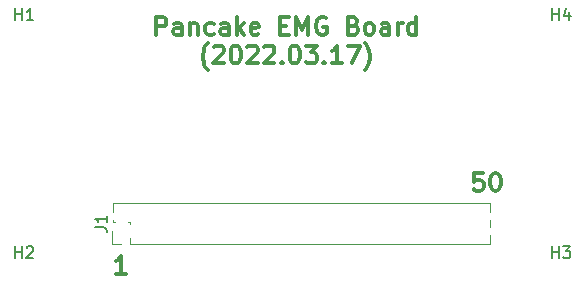
<source format=gbr>
%TF.GenerationSoftware,KiCad,Pcbnew,(6.0.4)*%
%TF.CreationDate,2022-04-14T15:14:52-05:00*%
%TF.ProjectId,Pancake_Wireless_EMG,50616e63-616b-4655-9f57-6972656c6573,rev?*%
%TF.SameCoordinates,Original*%
%TF.FileFunction,Legend,Top*%
%TF.FilePolarity,Positive*%
%FSLAX46Y46*%
G04 Gerber Fmt 4.6, Leading zero omitted, Abs format (unit mm)*
G04 Created by KiCad (PCBNEW (6.0.4)) date 2022-04-14 15:14:52*
%MOMM*%
%LPD*%
G01*
G04 APERTURE LIST*
%ADD10C,0.300000*%
%ADD11C,0.150000*%
%ADD12C,0.120000*%
G04 APERTURE END LIST*
D10*
X136000000Y-79471071D02*
X136000000Y-77971071D01*
X136571428Y-77971071D01*
X136714285Y-78042500D01*
X136785714Y-78113928D01*
X136857142Y-78256785D01*
X136857142Y-78471071D01*
X136785714Y-78613928D01*
X136714285Y-78685357D01*
X136571428Y-78756785D01*
X136000000Y-78756785D01*
X138142857Y-79471071D02*
X138142857Y-78685357D01*
X138071428Y-78542500D01*
X137928571Y-78471071D01*
X137642857Y-78471071D01*
X137500000Y-78542500D01*
X138142857Y-79399642D02*
X138000000Y-79471071D01*
X137642857Y-79471071D01*
X137500000Y-79399642D01*
X137428571Y-79256785D01*
X137428571Y-79113928D01*
X137500000Y-78971071D01*
X137642857Y-78899642D01*
X138000000Y-78899642D01*
X138142857Y-78828214D01*
X138857142Y-78471071D02*
X138857142Y-79471071D01*
X138857142Y-78613928D02*
X138928571Y-78542500D01*
X139071428Y-78471071D01*
X139285714Y-78471071D01*
X139428571Y-78542500D01*
X139500000Y-78685357D01*
X139500000Y-79471071D01*
X140857142Y-79399642D02*
X140714285Y-79471071D01*
X140428571Y-79471071D01*
X140285714Y-79399642D01*
X140214285Y-79328214D01*
X140142857Y-79185357D01*
X140142857Y-78756785D01*
X140214285Y-78613928D01*
X140285714Y-78542500D01*
X140428571Y-78471071D01*
X140714285Y-78471071D01*
X140857142Y-78542500D01*
X142142857Y-79471071D02*
X142142857Y-78685357D01*
X142071428Y-78542500D01*
X141928571Y-78471071D01*
X141642857Y-78471071D01*
X141500000Y-78542500D01*
X142142857Y-79399642D02*
X142000000Y-79471071D01*
X141642857Y-79471071D01*
X141500000Y-79399642D01*
X141428571Y-79256785D01*
X141428571Y-79113928D01*
X141500000Y-78971071D01*
X141642857Y-78899642D01*
X142000000Y-78899642D01*
X142142857Y-78828214D01*
X142857142Y-79471071D02*
X142857142Y-77971071D01*
X143000000Y-78899642D02*
X143428571Y-79471071D01*
X143428571Y-78471071D02*
X142857142Y-79042500D01*
X144642857Y-79399642D02*
X144500000Y-79471071D01*
X144214285Y-79471071D01*
X144071428Y-79399642D01*
X144000000Y-79256785D01*
X144000000Y-78685357D01*
X144071428Y-78542500D01*
X144214285Y-78471071D01*
X144500000Y-78471071D01*
X144642857Y-78542500D01*
X144714285Y-78685357D01*
X144714285Y-78828214D01*
X144000000Y-78971071D01*
X146500000Y-78685357D02*
X147000000Y-78685357D01*
X147214285Y-79471071D02*
X146500000Y-79471071D01*
X146500000Y-77971071D01*
X147214285Y-77971071D01*
X147857142Y-79471071D02*
X147857142Y-77971071D01*
X148357142Y-79042500D01*
X148857142Y-77971071D01*
X148857142Y-79471071D01*
X150357142Y-78042500D02*
X150214285Y-77971071D01*
X150000000Y-77971071D01*
X149785714Y-78042500D01*
X149642857Y-78185357D01*
X149571428Y-78328214D01*
X149500000Y-78613928D01*
X149500000Y-78828214D01*
X149571428Y-79113928D01*
X149642857Y-79256785D01*
X149785714Y-79399642D01*
X150000000Y-79471071D01*
X150142857Y-79471071D01*
X150357142Y-79399642D01*
X150428571Y-79328214D01*
X150428571Y-78828214D01*
X150142857Y-78828214D01*
X152714285Y-78685357D02*
X152928571Y-78756785D01*
X153000000Y-78828214D01*
X153071428Y-78971071D01*
X153071428Y-79185357D01*
X153000000Y-79328214D01*
X152928571Y-79399642D01*
X152785714Y-79471071D01*
X152214285Y-79471071D01*
X152214285Y-77971071D01*
X152714285Y-77971071D01*
X152857142Y-78042500D01*
X152928571Y-78113928D01*
X153000000Y-78256785D01*
X153000000Y-78399642D01*
X152928571Y-78542500D01*
X152857142Y-78613928D01*
X152714285Y-78685357D01*
X152214285Y-78685357D01*
X153928571Y-79471071D02*
X153785714Y-79399642D01*
X153714285Y-79328214D01*
X153642857Y-79185357D01*
X153642857Y-78756785D01*
X153714285Y-78613928D01*
X153785714Y-78542500D01*
X153928571Y-78471071D01*
X154142857Y-78471071D01*
X154285714Y-78542500D01*
X154357142Y-78613928D01*
X154428571Y-78756785D01*
X154428571Y-79185357D01*
X154357142Y-79328214D01*
X154285714Y-79399642D01*
X154142857Y-79471071D01*
X153928571Y-79471071D01*
X155714285Y-79471071D02*
X155714285Y-78685357D01*
X155642857Y-78542500D01*
X155500000Y-78471071D01*
X155214285Y-78471071D01*
X155071428Y-78542500D01*
X155714285Y-79399642D02*
X155571428Y-79471071D01*
X155214285Y-79471071D01*
X155071428Y-79399642D01*
X155000000Y-79256785D01*
X155000000Y-79113928D01*
X155071428Y-78971071D01*
X155214285Y-78899642D01*
X155571428Y-78899642D01*
X155714285Y-78828214D01*
X156428571Y-79471071D02*
X156428571Y-78471071D01*
X156428571Y-78756785D02*
X156500000Y-78613928D01*
X156571428Y-78542500D01*
X156714285Y-78471071D01*
X156857142Y-78471071D01*
X158000000Y-79471071D02*
X158000000Y-77971071D01*
X158000000Y-79399642D02*
X157857142Y-79471071D01*
X157571428Y-79471071D01*
X157428571Y-79399642D01*
X157357142Y-79328214D01*
X157285714Y-79185357D01*
X157285714Y-78756785D01*
X157357142Y-78613928D01*
X157428571Y-78542500D01*
X157571428Y-78471071D01*
X157857142Y-78471071D01*
X158000000Y-78542500D01*
X140357142Y-82457500D02*
X140285714Y-82386071D01*
X140142857Y-82171785D01*
X140071428Y-82028928D01*
X140000000Y-81814642D01*
X139928571Y-81457500D01*
X139928571Y-81171785D01*
X140000000Y-80814642D01*
X140071428Y-80600357D01*
X140142857Y-80457500D01*
X140285714Y-80243214D01*
X140357142Y-80171785D01*
X140857142Y-80528928D02*
X140928571Y-80457500D01*
X141071428Y-80386071D01*
X141428571Y-80386071D01*
X141571428Y-80457500D01*
X141642857Y-80528928D01*
X141714285Y-80671785D01*
X141714285Y-80814642D01*
X141642857Y-81028928D01*
X140785714Y-81886071D01*
X141714285Y-81886071D01*
X142642857Y-80386071D02*
X142785714Y-80386071D01*
X142928571Y-80457500D01*
X143000000Y-80528928D01*
X143071428Y-80671785D01*
X143142857Y-80957500D01*
X143142857Y-81314642D01*
X143071428Y-81600357D01*
X143000000Y-81743214D01*
X142928571Y-81814642D01*
X142785714Y-81886071D01*
X142642857Y-81886071D01*
X142500000Y-81814642D01*
X142428571Y-81743214D01*
X142357142Y-81600357D01*
X142285714Y-81314642D01*
X142285714Y-80957500D01*
X142357142Y-80671785D01*
X142428571Y-80528928D01*
X142500000Y-80457500D01*
X142642857Y-80386071D01*
X143714285Y-80528928D02*
X143785714Y-80457500D01*
X143928571Y-80386071D01*
X144285714Y-80386071D01*
X144428571Y-80457500D01*
X144500000Y-80528928D01*
X144571428Y-80671785D01*
X144571428Y-80814642D01*
X144500000Y-81028928D01*
X143642857Y-81886071D01*
X144571428Y-81886071D01*
X145142857Y-80528928D02*
X145214285Y-80457500D01*
X145357142Y-80386071D01*
X145714285Y-80386071D01*
X145857142Y-80457500D01*
X145928571Y-80528928D01*
X146000000Y-80671785D01*
X146000000Y-80814642D01*
X145928571Y-81028928D01*
X145071428Y-81886071D01*
X146000000Y-81886071D01*
X146642857Y-81743214D02*
X146714285Y-81814642D01*
X146642857Y-81886071D01*
X146571428Y-81814642D01*
X146642857Y-81743214D01*
X146642857Y-81886071D01*
X147642857Y-80386071D02*
X147785714Y-80386071D01*
X147928571Y-80457500D01*
X148000000Y-80528928D01*
X148071428Y-80671785D01*
X148142857Y-80957500D01*
X148142857Y-81314642D01*
X148071428Y-81600357D01*
X148000000Y-81743214D01*
X147928571Y-81814642D01*
X147785714Y-81886071D01*
X147642857Y-81886071D01*
X147500000Y-81814642D01*
X147428571Y-81743214D01*
X147357142Y-81600357D01*
X147285714Y-81314642D01*
X147285714Y-80957500D01*
X147357142Y-80671785D01*
X147428571Y-80528928D01*
X147500000Y-80457500D01*
X147642857Y-80386071D01*
X148642857Y-80386071D02*
X149571428Y-80386071D01*
X149071428Y-80957500D01*
X149285714Y-80957500D01*
X149428571Y-81028928D01*
X149500000Y-81100357D01*
X149571428Y-81243214D01*
X149571428Y-81600357D01*
X149500000Y-81743214D01*
X149428571Y-81814642D01*
X149285714Y-81886071D01*
X148857142Y-81886071D01*
X148714285Y-81814642D01*
X148642857Y-81743214D01*
X150214285Y-81743214D02*
X150285714Y-81814642D01*
X150214285Y-81886071D01*
X150142857Y-81814642D01*
X150214285Y-81743214D01*
X150214285Y-81886071D01*
X151714285Y-81886071D02*
X150857142Y-81886071D01*
X151285714Y-81886071D02*
X151285714Y-80386071D01*
X151142857Y-80600357D01*
X151000000Y-80743214D01*
X150857142Y-80814642D01*
X152214285Y-80386071D02*
X153214285Y-80386071D01*
X152571428Y-81886071D01*
X153642857Y-82457500D02*
X153714285Y-82386071D01*
X153857142Y-82171785D01*
X153928571Y-82028928D01*
X154000000Y-81814642D01*
X154071428Y-81457500D01*
X154071428Y-81171785D01*
X154000000Y-80814642D01*
X153928571Y-80600357D01*
X153857142Y-80457500D01*
X153714285Y-80243214D01*
X153642857Y-80171785D01*
X163642857Y-91178571D02*
X162928571Y-91178571D01*
X162857142Y-91892857D01*
X162928571Y-91821428D01*
X163071428Y-91750000D01*
X163428571Y-91750000D01*
X163571428Y-91821428D01*
X163642857Y-91892857D01*
X163714285Y-92035714D01*
X163714285Y-92392857D01*
X163642857Y-92535714D01*
X163571428Y-92607142D01*
X163428571Y-92678571D01*
X163071428Y-92678571D01*
X162928571Y-92607142D01*
X162857142Y-92535714D01*
X164642857Y-91178571D02*
X164785714Y-91178571D01*
X164928571Y-91250000D01*
X165000000Y-91321428D01*
X165071428Y-91464285D01*
X165142857Y-91750000D01*
X165142857Y-92107142D01*
X165071428Y-92392857D01*
X165000000Y-92535714D01*
X164928571Y-92607142D01*
X164785714Y-92678571D01*
X164642857Y-92678571D01*
X164500000Y-92607142D01*
X164428571Y-92535714D01*
X164357142Y-92392857D01*
X164285714Y-92107142D01*
X164285714Y-91750000D01*
X164357142Y-91464285D01*
X164428571Y-91321428D01*
X164500000Y-91250000D01*
X164642857Y-91178571D01*
X133428571Y-99678571D02*
X132571428Y-99678571D01*
X133000000Y-99678571D02*
X133000000Y-98178571D01*
X132857142Y-98392857D01*
X132714285Y-98535714D01*
X132571428Y-98607142D01*
D11*
%TO.C,H4*%
X169478095Y-78232380D02*
X169478095Y-77232380D01*
X169478095Y-77708571D02*
X170049523Y-77708571D01*
X170049523Y-78232380D02*
X170049523Y-77232380D01*
X170954285Y-77565714D02*
X170954285Y-78232380D01*
X170716190Y-77184761D02*
X170478095Y-77899047D01*
X171097142Y-77899047D01*
%TO.C,H3*%
X169478095Y-98382380D02*
X169478095Y-97382380D01*
X169478095Y-97858571D02*
X170049523Y-97858571D01*
X170049523Y-98382380D02*
X170049523Y-97382380D01*
X170430476Y-97382380D02*
X171049523Y-97382380D01*
X170716190Y-97763333D01*
X170859047Y-97763333D01*
X170954285Y-97810952D01*
X171001904Y-97858571D01*
X171049523Y-97953809D01*
X171049523Y-98191904D01*
X171001904Y-98287142D01*
X170954285Y-98334761D01*
X170859047Y-98382380D01*
X170573333Y-98382380D01*
X170478095Y-98334761D01*
X170430476Y-98287142D01*
%TO.C,H2*%
X124018095Y-98382380D02*
X124018095Y-97382380D01*
X124018095Y-97858571D02*
X124589523Y-97858571D01*
X124589523Y-98382380D02*
X124589523Y-97382380D01*
X125018095Y-97477619D02*
X125065714Y-97430000D01*
X125160952Y-97382380D01*
X125399047Y-97382380D01*
X125494285Y-97430000D01*
X125541904Y-97477619D01*
X125589523Y-97572857D01*
X125589523Y-97668095D01*
X125541904Y-97810952D01*
X124970476Y-98382380D01*
X125589523Y-98382380D01*
%TO.C,H1*%
X124018095Y-78232380D02*
X124018095Y-77232380D01*
X124018095Y-77708571D02*
X124589523Y-77708571D01*
X124589523Y-78232380D02*
X124589523Y-77232380D01*
X125589523Y-78232380D02*
X125018095Y-78232380D01*
X125303809Y-78232380D02*
X125303809Y-77232380D01*
X125208571Y-77375238D01*
X125113333Y-77470476D01*
X125018095Y-77518095D01*
%TO.C,J1*%
X130797380Y-95773333D02*
X131511666Y-95773333D01*
X131654523Y-95820952D01*
X131749761Y-95916190D01*
X131797380Y-96059047D01*
X131797380Y-96154285D01*
X131797380Y-94773333D02*
X131797380Y-95344761D01*
X131797380Y-95059047D02*
X130797380Y-95059047D01*
X130940238Y-95154285D01*
X131035476Y-95249523D01*
X131083095Y-95344761D01*
D12*
X164215000Y-95767470D02*
X164215000Y-95112530D01*
X132345000Y-93675000D02*
X164215000Y-93675000D01*
X133746529Y-95315000D02*
X133603471Y-95315000D01*
X132476529Y-95315000D02*
X132345000Y-95315000D01*
X133800000Y-97205000D02*
X164215000Y-97205000D01*
X164215000Y-94497470D02*
X164215000Y-93675000D01*
X132280000Y-97205000D02*
X132280000Y-96075000D01*
X132345000Y-95315000D02*
X132345000Y-95112530D01*
X164215000Y-97205000D02*
X164215000Y-96382530D01*
X133800000Y-97205000D02*
X133800000Y-96638471D01*
X133040000Y-97205000D02*
X132280000Y-97205000D01*
X133800000Y-95511529D02*
X133800000Y-95368471D01*
X132345000Y-94497470D02*
X132345000Y-93675000D01*
%TD*%
M02*

</source>
